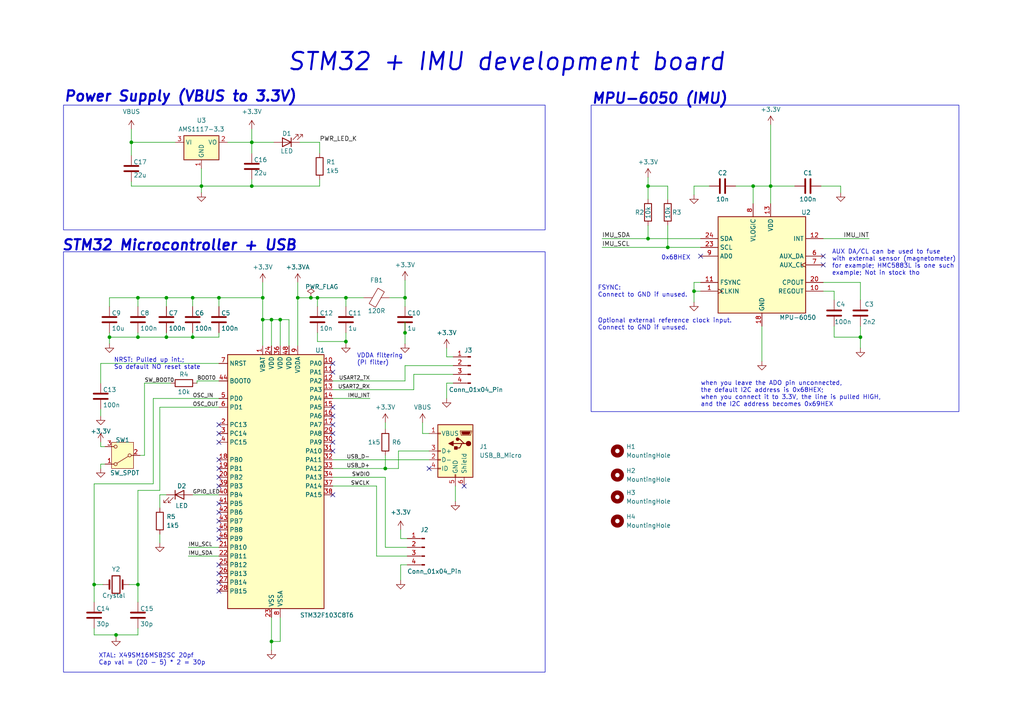
<source format=kicad_sch>
(kicad_sch (version 20230121) (generator eeschema)
  (paper "A4")
  (lib_symbols
    (symbol "Connector:Conn_01x04_Pin" (pin_names (offset 1.016) hide)
      (property "Reference" "J" (at 0 5.08 0))
      (property "Value" "Conn_01x04_Pin" (at 0 -7.62 0))
      (symbol "Conn_01x04_Pin_1_1"
        (polyline (pts (xy 1.27 -5.08) (xy 0.8636 -5.08)) (stroke (width 0.1524)))
        (polyline (pts (xy 1.27 -2.54) (xy 0.8636 -2.54)) (stroke (width 0.1524)))
        (polyline (pts (xy 1.27 0) (xy 0.8636 0)) (stroke (width 0.1524)))
        (polyline (pts (xy 1.27 2.54) (xy 0.8636 2.54)) (stroke (width 0.1524)))
        (rectangle (start 0.8636 -4.953) (end 0 -5.207) (stroke (width 0.1524)) (fill (type outline)))
        (rectangle (start 0.8636 -2.413) (end 0 -2.667) (stroke (width 0.1524)) (fill (type outline)))
        (rectangle (start 0.8636 0.127) (end 0 -0.127) (stroke (width 0.1524)) (fill (type outline)))
        (rectangle (start 0.8636 2.667) (end 0 2.413) (stroke (width 0.1524)) (fill (type outline)))
        (pin passive line (at 5.08 2.54 180) (length 3.81) (name "Pin_1") (number "1"))
        (pin passive line (at 5.08 0 180) (length 3.81) (name "Pin_2") (number "2"))
        (pin passive line (at 5.08 -2.54 180) (length 3.81) (name "Pin_3") (number "3"))
        (pin passive line (at 5.08 -5.08 180) (length 3.81) (name "Pin_4") (number "4"))
      )
    )
    (symbol "Connector:USB_B_Micro" (pin_names (offset 1.016))
      (property "Reference" "J" (at -5.08 11.43 0))
      (property "Value" "USB_B_Micro" (at -5.08 8.89 0))
      (symbol "USB_B_Micro_0_1"
        (rectangle (start -5.08 -7.62) (end 5.08 7.62) (stroke (width 0.254)) (fill (type background)))
        (circle (center -3.81 2.159) (radius 0.635) (stroke (width 0.254)) (fill (type outline)))
        (circle (center -0.635 3.429) (radius 0.381) (stroke (width 0.254)) (fill (type outline)))
        (rectangle (start -0.127 -7.62) (end 0.127 -6.858))
        (polyline (pts (xy -1.905 2.159) (xy 0.635 2.159)) (stroke (width 0.254)))
        (polyline (pts (xy -3.175 2.159) (xy -2.54 2.159) (xy -1.27 3.429) (xy -0.635 3.429)) (stroke (width 0.254)))
        (polyline (pts (xy -2.54 2.159) (xy -1.905 2.159) (xy -1.27 0.889) (xy 0 0.889)) (stroke (width 0.254)))
        (polyline (pts (xy 0.635 2.794) (xy 0.635 1.524) (xy 1.905 2.159) (xy 0.635 2.794)) (stroke (width 0.254)) (fill (type outline)))
        (polyline (pts (xy -4.318 5.588) (xy -1.778 5.588) (xy -2.032 4.826) (xy -4.064 4.826) (xy -4.318 5.588)) (fill (type outline)))
        (polyline (pts (xy -4.699 5.842) (xy -4.699 5.588) (xy -4.445 4.826) (xy -4.445 4.572) (xy -1.651 4.572) (xy -1.651 4.826) (xy -1.397 5.588) (xy -1.397 5.842) (xy -4.699 5.842)))
        (rectangle (start 0.254 1.27) (end -0.508 0.508) (stroke (width 0.254)) (fill (type outline)))
        (rectangle (start 5.08 -5.207) (end 4.318 -4.953))
        (rectangle (start 5.08 -2.667) (end 4.318 -2.413))
        (rectangle (start 5.08 -0.127) (end 4.318 0.127))
        (rectangle (start 5.08 4.953) (end 4.318 5.207))
      )
      (symbol "USB_B_Micro_1_1"
        (pin power_out line (at 7.62 5.08 180) (length 2.54) (name "VBUS") (number "1"))
        (pin bidirectional line (at 7.62 -2.54 180) (length 2.54) (name "D-") (number "2"))
        (pin bidirectional line (at 7.62 0 180) (length 2.54) (name "D+") (number "3"))
        (pin passive line (at 7.62 -5.08 180) (length 2.54) (name "ID") (number "4"))
        (pin power_out line (at 0 -10.16 90) (length 2.54) (name "GND") (number "5"))
        (pin passive line (at -2.54 -10.16 90) (length 2.54) (name "Shield") (number "6"))
      )
    )
    (symbol "Device:C" (pin_numbers hide) (pin_names (offset 0.254))
      (property "Reference" "C" (at 0.635 2.54 0))
      (property "Value" "C" (at 0.635 -2.54 0))
      (symbol "C_0_1"
        (polyline (pts (xy -2.032 -0.762) (xy 2.032 -0.762)) (stroke (width 0.508)))
        (polyline (pts (xy -2.032 0.762) (xy 2.032 0.762)) (stroke (width 0.508)))
      )
      (symbol "C_1_1"
        (pin passive line (at 0 3.81 270) (length 2.794) (name "~") (number "1"))
        (pin passive line (at 0 -3.81 90) (length 2.794) (name "~") (number "2"))
      )
    )
    (symbol "Device:Crystal" (pin_numbers hide) (pin_names (offset 1.016) hide)
      (property "Reference" "Y" (at 0 3.81 0))
      (property "Value" "Crystal" (at 0 -3.81 0))
      (symbol "Crystal_0_1"
        (rectangle (start -1.143 2.54) (end 1.143 -2.54) (stroke (width 0.3048)))
        (polyline (pts (xy -2.54 0) (xy -1.905 0)))
        (polyline (pts (xy -1.905 -1.27) (xy -1.905 1.27)) (stroke (width 0.508)))
        (polyline (pts (xy 1.905 -1.27) (xy 1.905 1.27)) (stroke (width 0.508)))
        (polyline (pts (xy 2.54 0) (xy 1.905 0)))
      )
      (symbol "Crystal_1_1"
        (pin passive line (at -3.81 0 0) (length 1.27) (name "1") (number "1"))
        (pin passive line (at 3.81 0 180) (length 1.27) (name "2") (number "2"))
      )
    )
    (symbol "Device:FerriteBead" (pin_numbers hide) (pin_names (offset 0))
      (property "Reference" "FB" (at -3.81 0.635 90))
      (property "Value" "FerriteBead" (at 3.81 0 90))
      (symbol "FerriteBead_0_1"
        (polyline (pts (xy 0 -1.27) (xy 0 -1.2192)))
        (polyline (pts (xy 0 1.27) (xy 0 1.2954)))
        (polyline (pts (xy -2.7686 0.4064) (xy -1.7018 2.2606) (xy 2.7686 -0.3048) (xy 1.6764 -2.159) (xy -2.7686 0.4064)))
      )
      (symbol "FerriteBead_1_1"
        (pin passive line (at 0 3.81 270) (length 2.54) (name "~") (number "1"))
        (pin passive line (at 0 -3.81 90) (length 2.54) (name "~") (number "2"))
      )
    )
    (symbol "Device:LED" (pin_numbers hide) (pin_names (offset 1.016) hide)
      (property "Reference" "D" (at 0 2.54 0))
      (property "Value" "LED" (at 0 -2.54 0))
      (symbol "LED_0_1"
        (polyline (pts (xy -1.27 -1.27) (xy -1.27 1.27)) (stroke (width 0.254)))
        (polyline (pts (xy -1.27 0) (xy 1.27 0)))
        (polyline (pts (xy 1.27 -1.27) (xy 1.27 1.27) (xy -1.27 0) (xy 1.27 -1.27)) (stroke (width 0.254)))
        (polyline (pts (xy -3.048 -0.762) (xy -4.572 -2.286) (xy -3.81 -2.286) (xy -4.572 -2.286) (xy -4.572 -1.524)))
        (polyline (pts (xy -1.778 -0.762) (xy -3.302 -2.286) (xy -2.54 -2.286) (xy -3.302 -2.286) (xy -3.302 -1.524)))
      )
      (symbol "LED_1_1"
        (pin passive line (at -3.81 0 0) (length 2.54) (name "K") (number "1"))
        (pin passive line (at 3.81 0 180) (length 2.54) (name "A") (number "2"))
      )
    )
    (symbol "Device:R" (pin_numbers hide) (pin_names (offset 0))
      (property "Reference" "R" (at 2.032 0 90))
      (property "Value" "R" (at 0 0 90))
      (symbol "R_0_1"
        (rectangle (start -1.016 -2.54) (end 1.016 2.54) (stroke (width 0.254)))
      )
      (symbol "R_1_1"
        (pin passive line (at 0 3.81 270) (length 1.27) (name "~") (number "1"))
        (pin passive line (at 0 -3.81 90) (length 1.27) (name "~") (number "2"))
      )
    )
    (symbol "MCU_ST_STM32F1:STM32F103C8Tx"
      (property "Reference" "U" (at -12.7 39.37 0))
      (property "Value" "STM32F103C8Tx" (at 10.16 39.37 0))
      (symbol "STM32F103C8Tx_0_1"
        (rectangle (start -12.7 -35.56) (end 15.24 38.1) (stroke (width 0.254)) (fill (type background)))
      )
      (symbol "STM32F103C8Tx_1_1"
        (pin power_in line (at -2.54 40.64 270) (length 2.54) (name "VBAT") (number "1"))
        (pin bidirectional line (at 17.78 35.56 180) (length 2.54) (name "PA0") (number "10"))
        (pin bidirectional line (at 17.78 33.02 180) (length 2.54) (name "PA1") (number "11"))
        (pin bidirectional line (at 17.78 30.48 180) (length 2.54) (name "PA2") (number "12"))
        (pin bidirectional line (at 17.78 27.94 180) (length 2.54) (name "PA3") (number "13"))
        (pin bidirectional line (at 17.78 25.4 180) (length 2.54) (name "PA4") (number "14"))
        (pin bidirectional line (at 17.78 22.86 180) (length 2.54) (name "PA5") (number "15"))
        (pin bidirectional line (at 17.78 20.32 180) (length 2.54) (name "PA6") (number "16"))
        (pin bidirectional line (at 17.78 17.78 180) (length 2.54) (name "PA7") (number "17"))
        (pin bidirectional line (at -15.24 7.62 0) (length 2.54) (name "PB0") (number "18"))
        (pin bidirectional line (at -15.24 5.08 0) (length 2.54) (name "PB1") (number "19"))
        (pin bidirectional line (at -15.24 17.78 0) (length 2.54) (name "PC13") (number "2"))
        (pin bidirectional line (at -15.24 2.54 0) (length 2.54) (name "PB2") (number "20"))
        (pin bidirectional line (at -15.24 -17.78 0) (length 2.54) (name "PB10") (number "21"))
        (pin bidirectional line (at -15.24 -20.32 0) (length 2.54) (name "PB11") (number "22"))
        (pin power_in line (at 0 -38.1 90) (length 2.54) (name "VSS") (number "23"))
        (pin power_in line (at 0 40.64 270) (length 2.54) (name "VDD") (number "24"))
        (pin bidirectional line (at -15.24 -22.86 0) (length 2.54) (name "PB12") (number "25"))
        (pin bidirectional line (at -15.24 -25.4 0) (length 2.54) (name "PB13") (number "26"))
        (pin bidirectional line (at -15.24 -27.94 0) (length 2.54) (name "PB14") (number "27"))
        (pin bidirectional line (at -15.24 -30.48 0) (length 2.54) (name "PB15") (number "28"))
        (pin bidirectional line (at 17.78 15.24 180) (length 2.54) (name "PA8") (number "29"))
        (pin bidirectional line (at -15.24 15.24 0) (length 2.54) (name "PC14") (number "3"))
        (pin bidirectional line (at 17.78 12.7 180) (length 2.54) (name "PA9") (number "30"))
        (pin bidirectional line (at 17.78 10.16 180) (length 2.54) (name "PA10") (number "31"))
        (pin bidirectional line (at 17.78 7.62 180) (length 2.54) (name "PA11") (number "32"))
        (pin bidirectional line (at 17.78 5.08 180) (length 2.54) (name "PA12") (number "33"))
        (pin bidirectional line (at 17.78 2.54 180) (length 2.54) (name "PA13") (number "34"))
        (pin passive line (at 0 -38.1 90) (length 2.54) hide (name "VSS") (number "35"))
        (pin power_in line (at 2.54 40.64 270) (length 2.54) (name "VDD") (number "36"))
        (pin bidirectional line (at 17.78 0 180) (length 2.54) (name "PA14") (number "37"))
        (pin bidirectional line (at 17.78 -2.54 180) (length 2.54) (name "PA15") (number "38"))
        (pin bidirectional line (at -15.24 0 0) (length 2.54) (name "PB3") (number "39"))
        (pin bidirectional line (at -15.24 12.7 0) (length 2.54) (name "PC15") (number "4"))
        (pin bidirectional line (at -15.24 -2.54 0) (length 2.54) (name "PB4") (number "40"))
        (pin bidirectional line (at -15.24 -5.08 0) (length 2.54) (name "PB5") (number "41"))
        (pin bidirectional line (at -15.24 -7.62 0) (length 2.54) (name "PB6") (number "42"))
        (pin bidirectional line (at -15.24 -10.16 0) (length 2.54) (name "PB7") (number "43"))
        (pin input line (at -15.24 30.48 0) (length 2.54) (name "BOOT0") (number "44"))
        (pin bidirectional line (at -15.24 -12.7 0) (length 2.54) (name "PB8") (number "45"))
        (pin bidirectional line (at -15.24 -15.24 0) (length 2.54) (name "PB9") (number "46"))
        (pin passive line (at 0 -38.1 90) (length 2.54) hide (name "VSS") (number "47"))
        (pin power_in line (at 5.08 40.64 270) (length 2.54) (name "VDD") (number "48"))
        (pin bidirectional line (at -15.24 25.4 0) (length 2.54) (name "PD0") (number "5"))
        (pin bidirectional line (at -15.24 22.86 0) (length 2.54) (name "PD1") (number "6"))
        (pin input line (at -15.24 35.56 0) (length 2.54) (name "NRST") (number "7"))
        (pin power_in line (at 2.54 -38.1 90) (length 2.54) (name "VSSA") (number "8"))
        (pin power_in line (at 7.62 40.64 270) (length 2.54) (name "VDDA") (number "9"))
      )
    )
    (symbol "Mechanical:MountingHole" (pin_names (offset 1.016))
      (property "Reference" "H" (at 0 5.08 0))
      (property "Value" "MountingHole" (at 0 3.175 0))
      (symbol "MountingHole_0_1"
        (circle (center 0 0) (radius 1.27) (stroke (width 1.27)))
      )
    )
    (symbol "Regulator_Linear:AMS1117-3.3"
      (property "Reference" "U" (at -3.81 3.175 0))
      (property "Value" "AMS1117-3.3" (at 0 3.175 0))
      (symbol "AMS1117-3.3_0_1"
        (rectangle (start -5.08 -5.08) (end 5.08 1.905) (stroke (width 0.254)) (fill (type background)))
      )
      (symbol "AMS1117-3.3_1_1"
        (pin power_in line (at 0 -7.62 90) (length 2.54) (name "GND") (number "1"))
        (pin power_out line (at 7.62 0 180) (length 2.54) (name "VO") (number "2"))
        (pin power_in line (at -7.62 0 0) (length 2.54) (name "VI") (number "3"))
      )
    )
    (symbol "Sensor_Motion:MPU-6050"
      (property "Reference" "U" (at -11.43 13.97 0))
      (property "Value" "MPU-6050" (at 7.62 -15.24 0))
      (symbol "MPU-6050_0_0"
        (text "" (at 12.7 -2.54 0) (effects (font (size 1.27 1.27))))
      )
      (symbol "MPU-6050_0_1"
        (rectangle (start -12.7 13.97) (end 12.7 -13.97) (stroke (width 0.254)) (fill (type background)))
      )
      (symbol "MPU-6050_1_1"
        (pin input clock (at -17.78 -7.62 0) (length 5.08) (name "CLKIN") (number "1"))
        (pin passive line (at 17.78 -7.62 180) (length 5.08) (name "REGOUT") (number "10"))
        (pin input line (at -17.78 -5.08 0) (length 5.08) (name "FSYNC") (number "11"))
        (pin output line (at 17.78 7.62 180) (length 5.08) (name "INT") (number "12"))
        (pin power_in line (at 2.54 17.78 270) (length 3.81) (name "VDD") (number "13"))
        (pin no_connect line (at -12.7 -10.16 0) (length 2.54) hide (name "NC") (number "14"))
        (pin no_connect line (at 12.7 12.7 180) (length 2.54) hide (name "NC") (number "15"))
        (pin no_connect line (at 12.7 10.16 180) (length 2.54) hide (name "NC") (number "16"))
        (pin no_connect line (at 12.7 5.08 180) (length 2.54) hide (name "NC") (number "17"))
        (pin power_in line (at 0 -17.78 90) (length 3.81) (name "GND") (number "18"))
        (pin no_connect line (at 12.7 -10.16 180) (length 2.54) hide (name "RESV") (number "19"))
        (pin no_connect line (at -12.7 12.7 0) (length 2.54) hide (name "NC") (number "2"))
        (pin passive line (at 17.78 -5.08 180) (length 5.08) (name "CPOUT") (number "20"))
        (pin no_connect line (at 12.7 -2.54 180) (length 2.54) hide (name "RESV") (number "21"))
        (pin no_connect line (at 12.7 -12.7 180) (length 2.54) hide (name "RESV") (number "22"))
        (pin input line (at -17.78 5.08 0) (length 5.08) (name "SCL") (number "23"))
        (pin bidirectional line (at -17.78 7.62 0) (length 5.08) (name "SDA") (number "24"))
        (pin no_connect line (at -12.7 10.16 0) (length 2.54) hide (name "NC") (number "3"))
        (pin no_connect line (at -12.7 0 0) (length 2.54) hide (name "NC") (number "4"))
        (pin no_connect line (at -12.7 -2.54 0) (length 2.54) hide (name "NC") (number "5"))
        (pin bidirectional line (at 17.78 2.54 180) (length 5.08) (name "AUX_DA") (number "6"))
        (pin output clock (at 17.78 0 180) (length 5.08) (name "AUX_CL") (number "7"))
        (pin power_in line (at -2.54 17.78 270) (length 3.81) (name "VLOGIC") (number "8"))
        (pin input line (at -17.78 2.54 0) (length 5.08) (name "AD0") (number "9"))
      )
    )
    (symbol "Switch:SW_SPDT" (pin_names (offset 0) hide)
      (property "Reference" "SW" (at 0 5.08 0))
      (property "Value" "SW_SPDT" (at 0 -5.08 0))
      (symbol "SW_SPDT_0_1"
        (circle (center -2.032 0) (radius 0.4572))
        (polyline (pts (xy -1.651 0.254) (xy 1.651 2.286)))
        (circle (center 2.032 -2.54) (radius 0.4572))
        (circle (center 2.032 2.54) (radius 0.4572))
      )
      (symbol "SW_SPDT_1_1"
        (rectangle (start -3.175 3.81) (end 3.175 -3.81) (fill (type background)))
        (pin passive line (at 5.08 2.54 180) (length 2.54) (name "A") (number "1"))
        (pin passive line (at -5.08 0 0) (length 2.54) (name "B") (number "2"))
        (pin passive line (at 5.08 -2.54 180) (length 2.54) (name "C") (number "3"))
      )
    )
    (symbol "power:+3.3V" (power) (pin_names (offset 0))
      (property "Value" "+3.3V" (at 0 3.556 0))
      (symbol "+3.3V_0_1"
        (polyline (pts (xy -0.762 1.27) (xy 0 2.54)))
        (polyline (pts (xy 0 0) (xy 0 2.54)))
        (polyline (pts (xy 0 2.54) (xy 0.762 1.27)))
      )
      (symbol "+3.3V_1_1"
        (pin power_in line (at 0 0 90) (length 0) hide (name "+3.3V") (number "1"))
      )
    )
    (symbol "power:+3.3VA" (power) (pin_names (offset 0))
      (property "Value" "+3.3VA" (at 0 3.556 0))
      (symbol "+3.3VA_0_1"
        (polyline (pts (xy -0.762 1.27) (xy 0 2.54)))
        (polyline (pts (xy 0 0) (xy 0 2.54)))
        (polyline (pts (xy 0 2.54) (xy 0.762 1.27)))
      )
      (symbol "+3.3VA_1_1"
        (pin power_in line (at 0 0 90) (length 0) hide (name "+3.3VA") (number "1"))
      )
    )
    (symbol "power:GND" (power) (pin_names (offset 0))
      (property "Value" "GND" (at 0 -3.81 0))
      (symbol "GND_0_1"
        (polyline (pts (xy 0 0) (xy 0 -1.27) (xy 1.27 -1.27) (xy 0 -2.54) (xy -1.27 -1.27) (xy 0 -1.27)))
      )
      (symbol "GND_1_1"
        (pin power_in line (at 0 0 270) (length 0) hide (name "GND") (number "1"))
      )
    )
    (symbol "power:PWR_FLAG" (power) (pin_numbers hide) (pin_names (offset 0) hide)
      (property "Value" "PWR_FLAG" (at 0 3.81 0))
      (symbol "PWR_FLAG_0_0"
        (pin power_out line (at 0 0 90) (length 0) (name "pwr") (number "1"))
      )
      (symbol "PWR_FLAG_0_1"
        (polyline (pts (xy 0 0) (xy 0 1.27) (xy -1.016 1.905) (xy 0 2.54) (xy 1.016 1.905) (xy 0 1.27)))
      )
    )
    (symbol "power:VBUS" (power) (pin_names (offset 0))
      (property "Value" "VBUS" (at 0 3.81 0))
      (symbol "VBUS_0_1"
        (polyline (pts (xy -0.762 1.27) (xy 0 2.54)))
        (polyline (pts (xy 0 0) (xy 0 2.54)))
        (polyline (pts (xy 0 2.54) (xy 0.762 1.27)))
      )
      (symbol "VBUS_1_1"
        (pin power_in line (at 0 0 90) (length 0) hide (name "VBUS") (number "1"))
      )
    )
  )
  (junction (at 76.2 86.36))
  (junction (at 40.005 97.79))
  (junction (at 40.005 169.545))
  (junction (at 76.2 92.71))
  (junction (at 81.28 92.71))
  (junction (at 63.5 86.36))
  (junction (at 117.475 86.36))
  (junction (at 38.1 41.275))
  (junction (at 73.025 53.975))
  (junction (at 73.025 41.275))
  (junction (at 193.675 71.755))
  (junction (at 92.075 86.36))
  (junction (at 58.42 53.975))
  (junction (at 223.52 53.975))
  (junction (at 187.96 69.215))
  (junction (at 201.295 84.455))
  (junction (at 78.74 92.71))
  (junction (at 86.36 86.36))
  (junction (at 40.005 86.36))
  (junction (at 27.305 169.545))
  (junction (at 78.74 186.055))
  (junction (at 48.26 86.36))
  (junction (at 100.33 86.36))
  (junction (at 48.26 97.79))
  (junction (at 90.17 86.36))
  (junction (at 31.75 97.79))
  (junction (at 249.555 97.79))
  (junction (at 33.655 184.15))
  (junction (at 117.475 96.52))
  (junction (at 55.88 97.79))
  (junction (at 111.76 135.89))
  (junction (at 218.44 53.975))
  (junction (at 55.88 86.36))
  (junction (at 100.33 99.06))
  (junction (at 187.96 53.975))
  (no_connect (at 63.5 128.27))
  (no_connect (at 96.52 105.41))
  (no_connect (at 96.52 123.19))
  (no_connect (at 96.52 128.27))
  (no_connect (at 96.52 130.81))
  (no_connect (at 96.52 125.73))
  (no_connect (at 63.5 153.67))
  (no_connect (at 63.5 156.21))
  (no_connect (at 96.52 143.51))
  (no_connect (at 63.5 125.73))
  (no_connect (at 238.76 74.295))
  (no_connect (at 203.2 74.295))
  (no_connect (at 96.52 118.11))
  (no_connect (at 63.5 146.05))
  (no_connect (at 63.5 163.83))
  (no_connect (at 63.5 148.59))
  (no_connect (at 63.5 168.91))
  (no_connect (at 63.5 151.13))
  (no_connect (at 96.52 107.95))
  (no_connect (at 63.5 171.45))
  (no_connect (at 238.76 76.835))
  (no_connect (at 63.5 166.37))
  (no_connect (at 124.46 135.89))
  (no_connect (at 63.5 140.97))
  (no_connect (at 63.5 133.35))
  (no_connect (at 63.5 135.89))
  (no_connect (at 63.5 138.43))
  (no_connect (at 96.52 120.65))
  (no_connect (at 134.62 140.97))
  (no_connect (at 63.5 123.19))
  (wire (pts (xy 122.555 122.555) (xy 122.555 125.73)))
  (wire (pts (xy 129.54 111.125) (xy 131.445 111.125)))
  (wire (pts (xy 83.82 92.71) (xy 81.28 92.71)))
  (wire (pts (xy 78.74 100.33) (xy 78.74 92.71)))
  (wire (pts (xy 81.28 100.33) (xy 81.28 92.71)))
  (wire (pts (xy 117.475 106.045) (xy 117.475 110.49)))
  (wire (pts (xy 63.5 88.9) (xy 63.5 86.36)))
  (wire (pts (xy 116.205 153.67) (xy 116.205 156.21)))
  (wire (pts (xy 46.355 143.51) (xy 46.355 147.32)))
  (wire (pts (xy 86.36 86.36) (xy 86.36 100.33)))
  (wire (pts (xy 38.1 53.975) (xy 58.42 53.975)))
  (wire (pts (xy 66.04 41.275) (xy 73.025 41.275)))
  (wire (pts (xy 105.41 86.36) (xy 100.33 86.36)))
  (wire (pts (xy 58.42 48.895) (xy 58.42 53.975)))
  (wire (pts (xy 116.205 163.83) (xy 118.11 163.83)))
  (wire (pts (xy 38.1 52.705) (xy 38.1 53.975)))
  (wire (pts (xy 96.52 113.03) (xy 120.015 113.03)))
  (wire (pts (xy 92.71 41.275) (xy 92.71 44.45)))
  (wire (pts (xy 78.74 186.055) (xy 78.74 188.595)))
  (wire (pts (xy 100.33 99.06) (xy 100.33 99.695)))
  (wire (pts (xy 223.52 53.975) (xy 230.505 53.975)))
  (wire (pts (xy 41.91 132.08) (xy 40.64 132.08)))
  (wire (pts (xy 40.005 97.79) (xy 31.75 97.79)))
  (wire (pts (xy 29.21 118.745) (xy 29.21 120.65)))
  (wire (pts (xy 100.33 96.52) (xy 100.33 99.06)))
  (wire (pts (xy 81.28 179.07) (xy 81.28 186.055)))
  (wire (pts (xy 73.025 41.275) (xy 73.025 37.465)))
  (wire (pts (xy 48.26 86.36) (xy 48.26 88.9)))
  (wire (pts (xy 40.005 182.245) (xy 40.005 184.15)))
  (wire (pts (xy 31.75 86.36) (xy 40.005 86.36)))
  (wire (pts (xy 90.17 86.36) (xy 92.075 86.36)))
  (wire (pts (xy 81.28 92.71) (xy 78.74 92.71)))
  (wire (pts (xy 193.675 71.755) (xy 203.2 71.755)))
  (wire (pts (xy 31.75 88.9) (xy 31.75 86.36)))
  (wire (pts (xy 249.555 94.615) (xy 249.555 97.79)))
  (wire (pts (xy 29.21 134.62) (xy 30.48 134.62)))
  (wire (pts (xy 117.475 93.345) (xy 117.475 96.52)))
  (wire (pts (xy 27.305 140.335) (xy 44.45 140.335)))
  (wire (pts (xy 81.28 186.055) (xy 78.74 186.055)))
  (wire (pts (xy 27.305 169.545) (xy 27.305 140.335)))
  (wire (pts (xy 33.655 184.15) (xy 33.655 184.785)))
  (wire (pts (xy 122.555 125.73) (xy 124.46 125.73)))
  (wire (pts (xy 96.52 115.57) (xy 107.315 115.57)))
  (wire (pts (xy 73.025 53.975) (xy 58.42 53.975)))
  (wire (pts (xy 220.98 94.615) (xy 220.98 104.775)))
  (wire (pts (xy 238.76 69.215) (xy 252.095 69.215)))
  (wire (pts (xy 49.53 111.125) (xy 41.91 111.125)))
  (wire (pts (xy 63.5 96.52) (xy 63.5 97.79)))
  (wire (pts (xy 238.76 81.915) (xy 249.555 81.915)))
  (wire (pts (xy 78.74 92.71) (xy 76.2 92.71)))
  (wire (pts (xy 187.96 69.215) (xy 203.2 69.215)))
  (wire (pts (xy 131.445 108.585) (xy 120.015 108.585)))
  (wire (pts (xy 63.5 105.41) (xy 29.21 105.41)))
  (wire (pts (xy 54.61 158.75) (xy 63.5 158.75)))
  (wire (pts (xy 27.305 169.545) (xy 27.305 174.625)))
  (wire (pts (xy 193.675 65.405) (xy 193.675 71.755)))
  (wire (pts (xy 129.54 100.965) (xy 129.54 103.505)))
  (wire (pts (xy 117.475 86.36) (xy 117.475 88.9)))
  (wire (pts (xy 238.76 84.455) (xy 241.935 84.455)))
  (wire (pts (xy 201.295 84.455) (xy 201.295 87.63)))
  (wire (pts (xy 218.44 59.055) (xy 218.44 53.975)))
  (wire (pts (xy 201.295 84.455) (xy 203.2 84.455)))
  (wire (pts (xy 86.36 81.915) (xy 86.36 86.36)))
  (wire (pts (xy 27.305 184.15) (xy 33.655 184.15)))
  (wire (pts (xy 241.935 94.615) (xy 241.935 97.79)))
  (wire (pts (xy 41.91 111.125) (xy 41.91 132.08)))
  (wire (pts (xy 55.88 143.51) (xy 63.5 143.51)))
  (wire (pts (xy 58.42 53.975) (xy 58.42 55.88)))
  (wire (pts (xy 96.52 110.49) (xy 117.475 110.49)))
  (wire (pts (xy 132.08 140.97) (xy 132.08 145.415)))
  (wire (pts (xy 241.935 84.455) (xy 241.935 86.995)))
  (wire (pts (xy 187.96 53.975) (xy 187.96 51.435)))
  (wire (pts (xy 55.88 86.36) (xy 55.88 88.9)))
  (wire (pts (xy 40.005 184.15) (xy 33.655 184.15)))
  (wire (pts (xy 205.74 53.975) (xy 201.295 53.975)))
  (wire (pts (xy 55.88 97.79) (xy 48.26 97.79)))
  (wire (pts (xy 37.465 169.545) (xy 40.005 169.545)))
  (wire (pts (xy 201.295 53.975) (xy 201.295 56.515)))
  (wire (pts (xy 111.76 122.555) (xy 111.76 124.46)))
  (wire (pts (xy 73.025 41.275) (xy 73.025 44.45)))
  (wire (pts (xy 243.84 55.88) (xy 243.84 53.975)))
  (wire (pts (xy 92.075 86.36) (xy 100.33 86.36)))
  (wire (pts (xy 86.995 41.275) (xy 92.71 41.275)))
  (wire (pts (xy 83.82 100.33) (xy 83.82 92.71)))
  (wire (pts (xy 124.46 130.81) (xy 115.57 130.81)))
  (wire (pts (xy 48.26 97.79) (xy 40.005 97.79)))
  (wire (pts (xy 55.88 96.52) (xy 55.88 97.79)))
  (wire (pts (xy 92.075 99.06) (xy 100.33 99.06)))
  (wire (pts (xy 31.75 96.52) (xy 31.75 97.79)))
  (wire (pts (xy 249.555 81.915) (xy 249.555 86.995)))
  (wire (pts (xy 118.11 158.75) (xy 111.76 158.75)))
  (wire (pts (xy 40.005 96.52) (xy 40.005 97.79)))
  (wire (pts (xy 100.33 86.36) (xy 100.33 88.9)))
  (wire (pts (xy 109.22 161.29) (xy 118.11 161.29)))
  (wire (pts (xy 116.205 168.275) (xy 116.205 163.83)))
  (wire (pts (xy 218.44 53.975) (xy 223.52 53.975)))
  (wire (pts (xy 38.1 37.465) (xy 38.1 41.275)))
  (wire (pts (xy 57.15 110.49) (xy 63.5 110.49)))
  (wire (pts (xy 117.475 96.52) (xy 117.475 99.695)))
  (wire (pts (xy 46.355 154.94) (xy 46.355 157.48)))
  (wire (pts (xy 193.675 53.975) (xy 187.96 53.975)))
  (wire (pts (xy 48.26 86.36) (xy 55.88 86.36)))
  (wire (pts (xy 96.52 133.35) (xy 124.46 133.35)))
  (wire (pts (xy 213.36 53.975) (xy 218.44 53.975)))
  (wire (pts (xy 115.57 130.81) (xy 115.57 135.89)))
  (wire (pts (xy 63.5 86.36) (xy 76.2 86.36)))
  (wire (pts (xy 63.5 97.79) (xy 55.88 97.79)))
  (wire (pts (xy 44.45 140.335) (xy 44.45 115.57)))
  (wire (pts (xy 78.74 179.07) (xy 78.74 186.055)))
  (wire (pts (xy 40.005 86.36) (xy 40.005 88.9)))
  (wire (pts (xy 46.355 142.24) (xy 46.355 118.11)))
  (wire (pts (xy 29.21 129.54) (xy 30.48 129.54)))
  (wire (pts (xy 131.445 106.045) (xy 117.475 106.045)))
  (wire (pts (xy 117.475 81.28) (xy 117.475 86.36)))
  (wire (pts (xy 129.54 115.57) (xy 129.54 111.125)))
  (wire (pts (xy 38.1 41.275) (xy 50.8 41.275)))
  (wire (pts (xy 44.45 115.57) (xy 63.5 115.57)))
  (wire (pts (xy 92.075 88.9) (xy 92.075 86.36)))
  (wire (pts (xy 86.36 86.36) (xy 90.17 86.36)))
  (wire (pts (xy 223.52 36.195) (xy 223.52 53.975)))
  (wire (pts (xy 203.2 81.915) (xy 201.295 81.915)))
  (wire (pts (xy 27.305 182.245) (xy 27.305 184.15)))
  (wire (pts (xy 111.76 132.08) (xy 111.76 135.89)))
  (wire (pts (xy 187.96 53.975) (xy 187.96 57.785)))
  (wire (pts (xy 57.15 110.49) (xy 57.15 111.125)))
  (wire (pts (xy 109.22 140.97) (xy 109.22 161.29)))
  (wire (pts (xy 48.26 96.52) (xy 48.26 97.79)))
  (wire (pts (xy 92.075 96.52) (xy 92.075 99.06)))
  (wire (pts (xy 241.935 97.79) (xy 249.555 97.79)))
  (wire (pts (xy 113.03 86.36) (xy 117.475 86.36)))
  (wire (pts (xy 187.96 65.405) (xy 187.96 69.215)))
  (wire (pts (xy 48.26 143.51) (xy 46.355 143.51)))
  (wire (pts (xy 73.025 41.275) (xy 79.375 41.275)))
  (wire (pts (xy 29.21 105.41) (xy 29.21 111.125)))
  (wire (pts (xy 31.75 97.79) (xy 31.75 99.695)))
  (wire (pts (xy 55.88 86.36) (xy 63.5 86.36)))
  (wire (pts (xy 174.625 69.215) (xy 187.96 69.215)))
  (wire (pts (xy 76.2 92.71) (xy 76.2 100.33)))
  (wire (pts (xy 111.76 158.75) (xy 111.76 138.43)))
  (wire (pts (xy 174.625 71.755) (xy 193.675 71.755)))
  (wire (pts (xy 29.845 169.545) (xy 27.305 169.545)))
  (wire (pts (xy 40.005 169.545) (xy 40.005 142.24)))
  (wire (pts (xy 243.84 53.975) (xy 238.125 53.975)))
  (wire (pts (xy 249.555 97.79) (xy 249.555 100.965)))
  (wire (pts (xy 223.52 53.975) (xy 223.52 59.055)))
  (wire (pts (xy 92.71 52.07) (xy 92.71 53.975)))
  (wire (pts (xy 29.21 134.62) (xy 29.21 135.89)))
  (wire (pts (xy 201.295 81.915) (xy 201.295 84.455)))
  (wire (pts (xy 29.21 128.27) (xy 29.21 129.54)))
  (wire (pts (xy 120.015 108.585) (xy 120.015 113.03)))
  (wire (pts (xy 116.205 156.21) (xy 118.11 156.21)))
  (wire (pts (xy 40.005 86.36) (xy 48.26 86.36)))
  (wire (pts (xy 54.61 161.29) (xy 63.5 161.29)))
  (wire (pts (xy 73.025 52.07) (xy 73.025 53.975)))
  (wire (pts (xy 96.52 135.89) (xy 111.76 135.89)))
  (wire (pts (xy 129.54 103.505) (xy 131.445 103.505)))
  (wire (pts (xy 92.71 53.975) (xy 73.025 53.975)))
  (wire (pts (xy 96.52 140.97) (xy 109.22 140.97)))
  (wire (pts (xy 96.52 138.43) (xy 111.76 138.43)))
  (wire (pts (xy 40.005 169.545) (xy 40.005 174.625)))
  (wire (pts (xy 46.355 118.11) (xy 63.5 118.11)))
  (wire (pts (xy 76.2 86.36) (xy 76.2 92.71)))
  (wire (pts (xy 111.76 135.89) (xy 115.57 135.89)))
  (wire (pts (xy 76.2 81.915) (xy 76.2 86.36)))
  (wire (pts (xy 193.675 57.785) (xy 193.675 53.975)))
  (wire (pts (xy 38.1 41.275) (xy 38.1 45.085)))
  (wire (pts (xy 40.005 142.24) (xy 46.355 142.24)))
  (rectangle (start 18.415 30.48) (end 158.115 66.675))
  (rectangle (start 171.45 30.48) (end 278.13 119.38))
  (rectangle (start 18.415 73.025) (end 158.115 194.945))
  (text "AUX DA/CL can be used to fuse\nwith external sensor (magnetometer)\nfor example; HMC5883L is one such\nexample; Not in stock tho" (at 241.3 80.01 0) (effects (font (size 1.27 1.27)) (justify left bottom)))
  (text "XTAL: X49SM16MSB2SC 20pf\nCap val = (20 - 5) * 2 = 30p" (at 28.575 193.04 0) (effects (font (size 1.27 1.27)) (justify left bottom)))
  (text "Power Supply (VBUS to 3.3V)" (at 18.415 29.845 0) (effects (font (size 3 3) (thickness 0.6) bold italic) (justify left bottom)))
  (text "0x68HEX" (at 191.77 75.565 0) (effects (font (size 1.27 1.27)) (justify left bottom)))
  (text "STM32 + IMU development board\n" (at 83.185 20.955 0) (effects (font (size 5 5) (thickness 0.6) bold italic) (justify left bottom)))
  (text "MPU-6050 (IMU)" (at 171.45 30.48 0) (effects (font (size 3 3) (thickness 0.6) bold italic) (justify left bottom)))
  (text "Optional external reference clock input. \nConnect to GND if unused." (at 173.355 95.885 0) (effects (font (size 1.27 1.27)) (justify left bottom)))
  (text "when you leave the ADO pin unconnected, \nthe default I2C address is 0x68HEX; \nwhen you connect it to 3.3V, the line is pulled HIGH, \nand the I2C address becomes 0x69HEX" (at 203.2 118.11 0) (effects (font (size 1.27 1.27)) (justify left bottom)))
  (text "STM32 Microcontroller + USB" (at 17.78 73.025 0) (effects (font (size 3 3) (thickness 0.6) bold italic) (justify left bottom)))
  (text "VDDA filtering\n(PI filter)" (at 103.505 106.045 0) (effects (font (size 1.27 1.27)) (justify left bottom)))
  (text "FSYNC: \nConnect to GND if unused." (at 173.355 86.36 0) (effects (font (size 1.27 1.27)) (justify left bottom)))
  (text "NRST: Pulled up int.; \nSo default NO reset state" (at 33.02 107.315 0) (effects (font (size 1.27 1.27)) (justify left bottom)))
  (label "SWCLK" (at 107.315 140.97 180) (effects (font (size 1.1 1.1))))
  (label "USB_D+" (at 107.315 135.89 180) (effects (font (size 1.1 1.1))))
  (label "SWDIO" (at 107.315 138.43 180) (effects (font (size 1.1 1.1))))
  (label "IMU_SCL" (at 54.61 158.75 0) (effects (font (size 1.1 1.1))))
  (label "IMU_SDA" (at 174.625 69.215 0))
  (label "PWR_LED_K" (at 92.71 41.275 0))
  (label "USB_D-" (at 107.315 133.35 180) (effects (font (size 1.1 1.1))))
  (label "BOOT0" (at 57.15 110.49 0) (effects (font (size 1.1 1.1))))
  (label "USART2_RX" (at 107.315 113.03 180) (effects (font (size 1.1 1.1))))
  (label "IMU_INT" (at 252.095 69.215 180))
  (label "IMU_SCL" (at 174.625 71.755 0))
  (label "GPIO_LED" (at 55.88 143.51 0) (effects (font (size 1.1 1.1))))
  (label "OSC_IN" (at 55.88 115.57 0) (effects (font (size 1.1 1.1))))
  (label "IMU_INT" (at 107.315 115.57 180) (effects (font (size 1.1 1.1))))
  (label "OSC_OUT" (at 55.88 118.11 0) (effects (font (size 1.1 1.1))))
  (label "IMU_SDA" (at 54.61 161.29 0) (effects (font (size 1.1 1.1))))
  (label "USART2_TX" (at 107.315 110.49 180) (effects (font (size 1.1 1.1))))
  (label "SW_BOOT0" (at 41.91 111.125 0) (effects (font (size 1.1 1.1))))
  (symbol (lib_id "power:GND") (at 117.475 99.695 0) (mirror y) (unit 1)
    (property "Reference" "#PWR013" (effects hide))
    (property "Value" "GND" (effects hide))
  )
  (symbol (lib_id "power:+3.3V") (at 117.475 81.28 0) (unit 1)
    (property "Reference" "#PWR012" (effects hide))
    (property "Value" "+3.3V" (at 117.475 76.835 0))
  )
  (symbol (lib_id "Device:R") (at 53.34 111.125 90) (unit 1)
    (property "Reference" "R4" (at 53.34 108.585 90))
    (property "Value" "10k" (at 53.34 113.665 90))
    (property "Footprint" "Resistor_SMD:R_0603_1608Metric" (effects hide))
  )
  (symbol (lib_id "power:GND") (at 243.84 55.88 0) (mirror y) (unit 1)
    (property "Reference" "#PWR05" (effects hide))
    (property "Value" "GND" (effects hide))
  )
  (symbol (lib_id "power:GND") (at 31.75 99.695 0) (mirror y) (unit 1)
    (property "Reference" "#PWR010" (effects hide))
    (property "Value" "GND" (effects hide))
  )
  (symbol (lib_id "power:+3.3V") (at 116.205 153.67 0) (unit 1)
    (property "Reference" "#PWR022" (effects hide))
    (property "Value" "+3.3V" (at 116.205 148.59 0))
  )
  (symbol (lib_id "Connector:Conn_01x04_Pin") (at 123.19 158.75 0) (mirror y) (unit 1)
    (property "Reference" "J2" (at 121.92 153.67 0) (effects (justify right)))
    (property "Value" "Conn_01x04_Pin" (at 118.11 165.735 0) (effects (justify right)))
    (property "Footprint" "Connector_PinHeader_2.54mm:PinHeader_1x06_P2.54mm_Vertical" (effects hide))
  )
  (symbol (lib_id "Device:C") (at 234.315 53.975 90) (unit 1)
    (property "Reference" "C1" (at 234.315 50.165 90))
    (property "Value" "100n" (at 234.315 57.785 90))
    (property "Footprint" "Capacitor_SMD:C_0402_1005Metric" (effects hide))
  )
  (symbol (lib_id "power:+3.3V") (at 223.52 36.195 0) (unit 1)
    (property "Reference" "#PWR03" (effects hide))
    (property "Value" "+3.3V" (at 223.52 31.75 0))
  )
  (symbol (lib_id "Mechanical:MountingHole") (at 179.07 137.795 0) (unit 1)
    (property "Reference" "H2" (at 181.61 136.525 0) (effects (justify left)))
    (property "Value" "MountingHole" (at 181.61 139.065 0) (effects (justify left)))
    (property "Footprint" "MountingHole:MountingHole_2.2mm_M2_DIN965_Pad_TopBottom" (effects hide))
  )
  (symbol (lib_id "Device:C") (at 27.305 178.435 0) (unit 1)
    (property "Reference" "C14" (at 27.94 176.53 0) (effects (justify left)))
    (property "Value" "30p" (at 27.94 180.975 0) (effects (justify left)))
    (property "Footprint" "Capacitor_SMD:C_0402_1005Metric" (effects hide))
  )
  (symbol (lib_id "Regulator_Linear:AMS1117-3.3") (at 58.42 41.275 0) (unit 1)
    (property "Reference" "U3" (at 58.42 34.925 0))
    (property "Value" "AMS1117-3.3" (at 58.42 37.465 0))
    (property "Footprint" "Package_TO_SOT_SMD:SOT-223-3_TabPin2" (effects hide))
    (property "Datasheet" "http://www.advanced-monolithic.com/pdf/ds1117.pdf" (effects hide))
  )
  (symbol (lib_id "Device:C") (at 31.75 92.71 0) (unit 1)
    (property "Reference" "C9" (at 32.385 90.805 0) (effects (justify left)))
    (property "Value" "10u" (at 32.385 95.25 0) (effects (justify left)))
    (property "Footprint" "Capacitor_SMD:C_0603_1608Metric" (effects hide))
  )
  (symbol (lib_id "Device:R") (at 111.76 128.27 0) (unit 1)
    (property "Reference" "R6" (at 113.665 128.27 0) (effects (justify left)))
    (property "Value" "1k5" (at 106.68 128.27 0) (effects (justify left)))
    (property "Footprint" "Resistor_SMD:R_0402_1005Metric" (effects hide))
  )
  (symbol (lib_id "Device:R") (at 92.71 48.26 0) (unit 1)
    (property "Reference" "R1" (at 94.615 46.99 0) (effects (justify left)))
    (property "Value" "1k5" (at 94.615 49.53 0) (effects (justify left)))
    (property "Footprint" "Resistor_SMD:R_0402_1005Metric" (effects hide))
  )
  (symbol (lib_id "Device:LED") (at 52.07 143.51 0) (unit 1)
    (property "Reference" "D2" (at 52.705 140.97 0))
    (property "Value" "LED" (at 52.705 146.685 0))
    (property "Footprint" "LED_SMD:LED_0402_1005Metric" (effects hide))
  )
  (symbol (lib_id "power:GND") (at 46.355 157.48 0) (mirror y) (unit 1)
    (property "Reference" "#PWR018" (effects hide))
    (property "Value" "GND" (effects hide))
  )
  (symbol (lib_id "power:GND") (at 220.98 104.775 0) (mirror y) (unit 1)
    (property "Reference" "#PWR04" (effects hide))
    (property "Value" "GND" (effects hide))
  )
  (symbol (lib_id "Connector:Conn_01x04_Pin") (at 136.525 106.045 0) (mirror y) (unit 1)
    (property "Reference" "J3" (at 134.62 101.6 0) (effects (justify right)))
    (property "Value" "Conn_01x04_Pin" (at 130.175 113.03 0) (effects (justify right)))
    (property "Footprint" "Connector_PinHeader_2.54mm:PinHeader_1x06_P2.54mm_Vertical" (effects hide))
  )
  (symbol (lib_id "power:GND") (at 132.08 145.415 0) (mirror y) (unit 1)
    (property "Reference" "#PWR019" (effects hide))
    (property "Value" "GND" (effects hide))
  )
  (symbol (lib_id "Device:C") (at 241.935 90.805 180) (unit 1)
    (property "Reference" "C4" (at 243.84 88.265 0))
    (property "Value" "100n" (at 244.475 93.345 0))
    (property "Footprint" "Capacitor_SMD:C_0402_1005Metric" (effects hide))
  )
  (symbol (lib_id "power:+3.3V") (at 187.96 51.435 0) (unit 1)
    (property "Reference" "#PWR08" (effects hide))
    (property "Value" "+3.3V" (at 187.96 46.99 0))
  )
  (symbol (lib_id "power:+3.3V") (at 73.025 37.465 0) (unit 1)
    (property "Reference" "#PWR028" (effects hide))
    (property "Value" "+3.3V" (at 73.025 32.385 0))
  )
  (symbol (lib_id "Device:C") (at 209.55 53.975 90) (unit 1)
    (property "Reference" "C2" (at 209.55 50.165 90))
    (property "Value" "10n" (at 209.55 57.785 90))
    (property "Footprint" "Capacitor_SMD:C_0402_1005Metric" (effects hide))
  )
  (symbol (lib_id "power:VBUS") (at 38.1 37.465 0) (unit 1)
    (property "Reference" "#PWR027" (effects hide))
    (property "Value" "VBUS" (at 38.1 32.385 0))
  )
  (symbol (lib_id "Mechanical:MountingHole") (at 179.07 130.81 0) (unit 1)
    (property "Reference" "H1" (at 181.61 129.54 0) (effects (justify left)))
    (property "Value" "MountingHole" (at 181.61 132.08 0) (effects (justify left)))
    (property "Footprint" "MountingHole:MountingHole_2.2mm_M2_DIN965_Pad_TopBottom" (effects hide))
  )
  (symbol (lib_id "Connector:USB_B_Micro") (at 132.08 130.81 0) (mirror y) (unit 1)
    (property "Reference" "J1" (at 139.065 129.54 0) (effects (justify right)))
    (property "Value" "USB_B_Micro" (at 139.065 132.08 0) (effects (justify right)))
    (property "Footprint" "Connector_USB:USB_Micro-B_Molex_47346-0001" (effects hide))
  )
  (symbol (lib_id "Device:C") (at 38.1 48.895 180) (unit 1)
    (property "Reference" "C17" (at 40.64 46.99 0))
    (property "Value" "22u" (at 40.64 50.8 0))
    (property "Footprint" "Capacitor_SMD:C_0603_1608Metric" (effects hide))
  )
  (symbol (lib_id "power:VBUS") (at 122.555 122.555 0) (unit 1)
    (property "Reference" "#PWR020" (effects hide))
    (property "Value" "VBUS" (at 122.555 118.11 0))
  )
  (symbol (lib_id "Device:LED") (at 83.185 41.275 180) (unit 1)
    (property "Reference" "D1" (at 83.185 38.735 0))
    (property "Value" "LED" (at 83.185 43.815 0))
    (property "Footprint" "LED_SMD:LED_0402_1005Metric" (effects hide))
  )
  (symbol (lib_id "Device:C") (at 92.075 92.71 0) (unit 1)
    (property "Reference" "C12" (at 92.71 90.805 0) (effects (justify left)))
    (property "Value" "10n" (at 92.71 95.25 0) (effects (justify left)))
    (property "Footprint" "Capacitor_SMD:C_0402_1005Metric" (effects hide))
  )
  (symbol (lib_id "power:GND") (at 100.33 99.695 0) (mirror y) (unit 1)
    (property "Reference" "#PWR014" (effects hide))
    (property "Value" "GND" (effects hide))
  )
  (symbol (lib_id "power:+3.3VA") (at 86.36 81.915 0) (unit 1)
    (property "Reference" "#PWR011" (effects hide))
    (property "Value" "+3.3VA" (at 86.36 77.47 0))
  )
  (symbol (lib_id "MCU_ST_STM32F1:STM32F103C8Tx") (at 78.74 140.97 0) (unit 1)
    (property "Reference" "U1" (at 91.44 101.6 0) (effects (justify left)))
    (property "Value" "STM32F103C8T6" (at 86.995 178.435 0) (effects (justify left)))
    (property "Footprint" "Package_QFP:LQFP-48_7x7mm_P0.5mm" (effects hide))
    (property "Datasheet" "https://www.st.com/resource/en/datasheet/stm32f103c8.pdf" (effects hide))
  )
  (symbol (lib_id "power:GND") (at 201.295 56.515 0) (mirror y) (unit 1)
    (property "Reference" "#PWR06" (effects hide))
    (property "Value" "GND" (effects hide))
  )
  (symbol (lib_id "power:+3.3V") (at 129.54 100.965 0) (unit 1)
    (property "Reference" "#PWR024" (effects hide))
    (property "Value" "+3.3V" (at 129.54 96.52 0))
  )
  (symbol (lib_id "power:GND") (at 129.54 115.57 0) (mirror y) (unit 1)
    (property "Reference" "#PWR025" (effects hide))
    (property "Value" "GND" (effects hide))
  )
  (symbol (lib_id "Device:C") (at 40.005 178.435 0) (unit 1)
    (property "Reference" "C15" (at 40.64 176.53 0) (effects (justify left)))
    (property "Value" "30p" (at 40.64 180.975 0) (effects (justify left)))
    (property "Footprint" "Capacitor_SMD:C_0402_1005Metric" (effects hide))
  )
  (symbol (lib_id "Device:FerriteBead") (at 109.22 86.36 270) (unit 1)
    (property "Reference" "FB1" (at 109.22 81.28 90))
    (property "Value" "120R" (at 109.22 90.17 90))
    (property "Footprint" "Inductor_SMD:L_0603_1608Metric" (effects hide))
  )
  (symbol (lib_id "power:GND") (at 116.205 168.275 0) (mirror y) (unit 1)
    (property "Reference" "#PWR023" (effects hide))
    (property "Value" "GND" (effects hide))
  )
  (symbol (lib_id "Device:C") (at 73.025 48.26 180) (unit 1)
    (property "Reference" "C16" (at 75.565 46.355 0))
    (property "Value" "22u" (at 75.565 50.165 0))
    (property "Footprint" "Capacitor_SMD:C_0603_1608Metric" (effects hide))
  )
  (symbol (lib_id "Sensor_Motion:MPU-6050") (at 220.98 76.835 0) (unit 1)
    (property "Reference" "U2" (at 232.41 61.595 0) (effects (justify left)))
    (property "Value" "MPU-6050" (at 226.06 92.075 0) (effects (justify left)))
    (property "Footprint" "Sensor_Motion:InvenSense_QFN-24_4x4mm_P0.5mm" (effects hide))
    (property "Datasheet" "https://invensense.tdk.com/wp-content/uploads/2015/02/MPU-6000-Datasheet1.pdf" (effects hide))
  )
  (symbol (lib_id "Device:C") (at 55.88 92.71 0) (unit 1)
    (property "Reference" "C6" (at 56.515 90.805 0) (effects (justify left)))
    (property "Value" "100n" (at 56.515 95.25 0) (effects (justify left)))
    (property "Footprint" "Capacitor_SMD:C_0402_1005Metric" (effects hide))
  )
  (symbol (lib_id "power:GND") (at 201.295 87.63 0) (mirror y) (unit 1)
    (property "Reference" "#PWR02" (effects hide))
    (property "Value" "GND" (effects hide))
  )
  (symbol (lib_id "Device:R") (at 187.96 61.595 0) (unit 1)
    (property "Reference" "R2" (at 184.15 61.595 0) (effects (justify left)))
    (property "Value" "10k" (at 187.96 63.5 90) (effects (justify left)))
    (property "Footprint" "Resistor_SMD:R_0603_1608Metric" (effects hide))
  )
  (symbol (lib_id "power:GND") (at 58.42 55.88 0) (mirror y) (unit 1)
    (property "Reference" "#PWR029" (effects hide))
    (property "Value" "GND" (effects hide))
  )
  (symbol (lib_id "power:GND") (at 33.655 184.785 0) (mirror y) (unit 1)
    (property "Reference" "#PWR021" (effects hide))
    (property "Value" "GND" (effects hide))
  )
  (symbol (lib_id "Mechanical:MountingHole") (at 179.07 144.145 0) (unit 1)
    (property "Reference" "H3" (at 181.61 142.875 0) (effects (justify left)))
    (property "Value" "MountingHole" (at 181.61 145.415 0) (effects (justify left)))
    (property "Footprint" "MountingHole:MountingHole_2.2mm_M2_DIN965_Pad_TopBottom" (effects hide))
  )
  (symbol (lib_id "Device:C") (at 63.5 92.71 0) (unit 1)
    (property "Reference" "C5" (at 64.135 90.805 0) (effects (justify left)))
    (property "Value" "100n" (at 64.135 95.25 0) (effects (justify left)))
    (property "Footprint" "Capacitor_SMD:C_0402_1005Metric" (effects hide))
  )
  (symbol (lib_id "power:GND") (at 29.21 135.89 0) (mirror y) (unit 1)
    (property "Reference" "#PWR016" (effects hide))
    (property "Value" "GND" (effects hide))
  )
  (symbol (lib_id "Device:C") (at 29.21 114.935 0) (unit 1)
    (property "Reference" "C13" (at 29.845 113.03 0) (effects (justify left)))
    (property "Value" "100n" (at 29.845 117.475 0) (effects (justify left)))
    (property "Footprint" "Capacitor_SMD:C_0402_1005Metric" (effects hide))
  )
  (symbol (lib_id "Device:C") (at 117.475 92.71 0) (unit 1)
    (property "Reference" "C10" (at 118.11 90.805 0) (effects (justify left)))
    (property "Value" "1u" (at 118.11 95.25 0) (effects (justify left)))
    (property "Footprint" "Capacitor_SMD:C_0603_1608Metric" (effects hide))
  )
  (symbol (lib_id "Device:C") (at 48.26 92.71 0) (unit 1)
    (property "Reference" "C7" (at 48.895 90.805 0) (effects (justify left)))
    (property "Value" "100n" (at 48.895 95.25 0) (effects (justify left)))
    (property "Footprint" "Capacitor_SMD:C_0402_1005Metric" (effects hide))
  )
  (symbol (lib_id "power:GND") (at 78.74 188.595 0) (mirror y) (unit 1)
    (property "Reference" "#PWR01" (effects hide))
    (property "Value" "GND" (effects hide))
  )
  (symbol (lib_id "Device:Crystal") (at 33.655 169.545 0) (unit 1)
    (property "Reference" "Y2" (at 33.655 165.1 0))
    (property "Value" "Crystal" (at 33.02 172.72 0))
    (property "Footprint" "Crystal:Crystal_SMD_HC49-SD" (effects hide))
  )
  (symbol (lib_id "Device:R") (at 46.355 151.13 0) (unit 1)
    (property "Reference" "R5" (at 48.26 149.86 0) (effects (justify left)))
    (property "Value" "1k5" (at 48.26 152.4 0) (effects (justify left)))
    (property "Footprint" "Resistor_SMD:R_0402_1005Metric" (effects hide))
  )
  (symbol (lib_id "power:+3.3V") (at 29.21 128.27 0) (unit 1)
    (property "Reference" "#PWR017" (effects hide))
    (property "Value" "+3.3V" (at 29.21 125.095 0))
  )
  (symbol (lib_id "power:GND") (at 29.21 120.65 0) (mirror y) (unit 1)
    (property "Reference" "#PWR015" (effects hide))
    (property "Value" "GND" (effects hide))
  )
  (symbol (lib_id "Device:C") (at 100.33 92.71 0) (unit 1)
    (property "Reference" "C11" (at 100.965 90.805 0) (effects (justify left)))
    (property "Value" "1u" (at 100.965 95.25 0) (effects (justify left)))
    (property "Footprint" "Capacitor_SMD:C_0603_1608Metric" (effects hide))
  )
  (symbol (lib_id "Mechanical:MountingHole") (at 179.07 151.13 0) (unit 1)
    (property "Reference" "H4" (at 181.61 149.86 0) (effects (justify left)))
    (property "Value" "MountingHole" (at 181.61 152.4 0) (effects (justify left)))
    (property "Footprint" "MountingHole:MountingHole_2.2mm_M2_DIN965_Pad_TopBottom" (effects hide))
  )
  (symbol (lib_id "Device:R") (at 193.675 61.595 0) (unit 1)
    (property "Reference" "R3" (at 194.945 61.595 0) (effects (justify left)))
    (property "Value" "10k" (at 193.675 63.5 90) (effects (justify left)))
    (property "Footprint" "Resistor_SMD:R_0603_1608Metric" (effects hide))
  )
  (symbol (lib_id "power:+3.3V") (at 111.76 122.555 0) (unit 1)
    (property "Reference" "#PWR026" (effects hide))
    (property "Value" "+3.3V" (at 111.76 118.11 0))
  )
  (symbol (lib_id "power:GND") (at 249.555 100.965 0) (mirror y) (unit 1)
    (property "Reference" "#PWR07" (effects hide))
    (property "Value" "GND" (effects hide))
  )
  (symbol (lib_id "power:PWR_FLAG") (at 90.17 86.36 0) (unit 1)
    (property "Reference" "#FLG01" (effects hide))
    (property "Value" "PWR_FLAG" (at 93.345 83.185 0))
  )
  (symbol (lib_id "Device:C") (at 40.005 92.71 0) (unit 1)
    (property "Reference" "C8" (at 40.64 90.805 0) (effects (justify left)))
    (property "Value" "100n" (at 40.64 95.25 0) (effects (justify left)))
    (property "Footprint" "Capacitor_SMD:C_0402_1005Metric" (effects hide))
  )
  (symbol (lib_id "power:+3.3V") (at 76.2 81.915 0) (unit 1)
    (property "Reference" "#PWR09" (effects hide))
    (property "Value" "+3.3V" (at 76.2 77.47 0))
  )
  (symbol (lib_id "Switch:SW_SPDT") (at 35.56 132.08 180) (unit 1)
    (property "Reference" "SW1" (at 35.56 127.635 0))
    (property "Value" "SW_SPDT" (at 36.195 137.16 0))
    (property "Footprint" "Button_Switch_SMD:SW_SPDT_PCM12" (effects hide))
  )
  (symbol (lib_id "Device:C") (at 249.555 90.805 180) (unit 1)
    (property "Reference" "C3" (at 252.095 88.265 0))
    (property "Value" "2n2" (at 252.095 93.345 0))
    (property "Footprint" "Capacitor_SMD:C_0402_1005Metric" (effects hide))
  )
)
</source>
